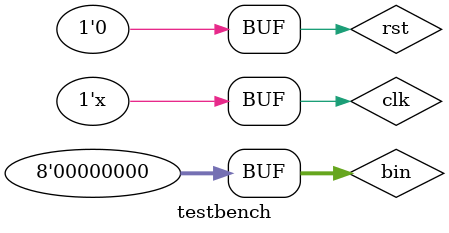
<source format=v>
`timescale 1us / 1ns

module testbench();

reg clk, rst;
reg  [7:0] bin; 
wire [7:0] seg_data;
wire [7:0] seg_sel;
wire led_signal;

LED_control LC(clk, rst, bin, seg_data, seg_sel, led_signal);

initial  begin
    clk = 0;
    rst = 1;
    bin = 8'b00000000;
    #4 rst = 0;  
    #1000 bin = 8'b00000000;
    #1000 bin = 8'b00111111;
    #1000 bin = 8'b01111111;
    #1000 bin = 8'b10111111;
    #1000 bin = 8'b11111111;
    #1000 bin = 8'b00000000;

end

always begin
    #0.5 clk <= ~clk; //period is 1us
end
// #1 == 1us
endmodule


</source>
